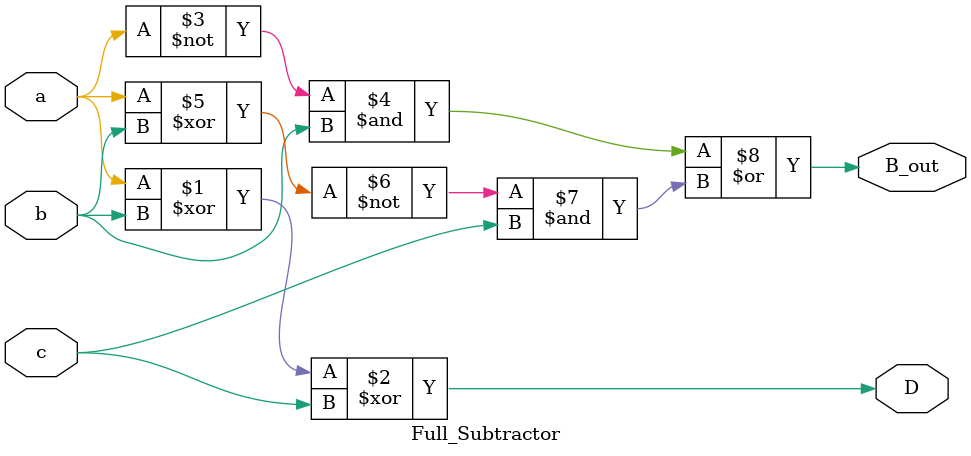
<source format=v>
`timescale 1ns / 1ps

module Full_Subtractor(
input a,b,c,
output D,B_out
    );
assign D=a^b^c;
assign B_out=(~a&b)|(~(a^b)&c);
endmodule

</source>
